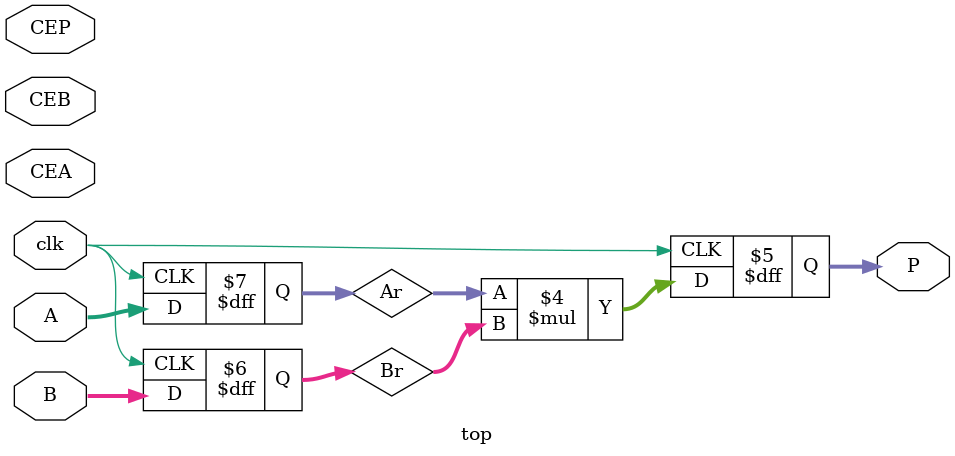
<source format=v>
(* top *)
module top #(parameter AW=8, BW=8, AREG=1, BREG=1, PREG=1) (input clk, CEA, CEB, CEP, input [AW-1:0] A, input [BW-1:0] B, (* keep *) output reg [AW+BW-1:0] P);
(* keep *) reg [AW-1:0] Ar;
(* keep *) reg [BW-1:0] Br;
generate
    if (AREG) begin
        always @(posedge clk) if (1) Ar <= A;
    end
    else
        always @* Ar <= A;
    if (BREG) begin
        always @(posedge clk) if (1) Br <= B;
    end
    else
        always @* Br <= B;
    if (PREG) begin
        always @(posedge clk) if (1) P <= Ar * Br;
    end
    else
        always @* P <= Ar * Br;
endgenerate
endmodule

</source>
